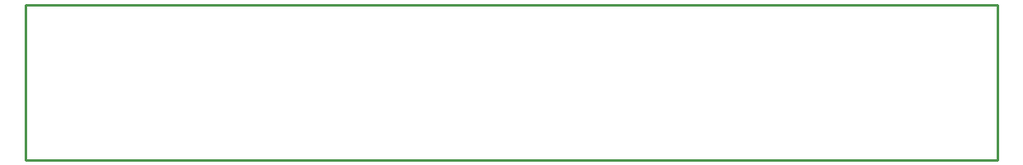
<source format=gko>
G04 Layer: BoardOutlineLayer*
G04 EasyEDA Pro v2.1.64.d1969c9c.217bcf, 2024-08-01 22:51:47*
G04 Gerber Generator version 0.3*
G04 Scale: 100 percent, Rotated: No, Reflected: No*
G04 Dimensions in millimeters*
G04 Leading zeros omitted, absolute positions, 3 integers and 5 decimals*
%FSLAX35Y35*%
%MOMM*%
%ADD10C,0.254*%
G75*


G04 PolygonModel Start*
G54D10*
G01X600000Y-400000D02*
G01X10600000Y-400000D01*
G01Y-2000000D01*
G01X600000D01*
G01Y-400000D01*
G04 PolygonModel End*

M02*

</source>
